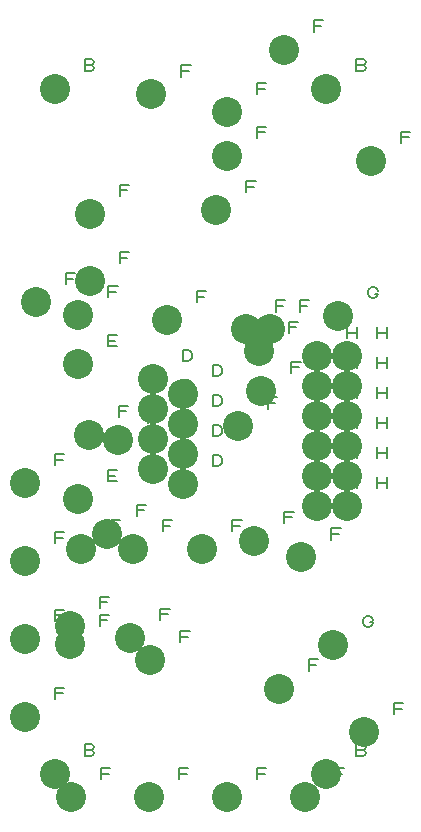
<source format=gbr>
G04 DesignSpark PCB PRO Gerber Version 10.0 Build 5299*
G04 #@! TF.Part,Single*
G04 #@! TF.FileFunction,Drillmap*
G04 #@! TF.FilePolarity,Positive*
%FSLAX35Y35*%
%MOIN*%
%ADD17C,0.00500*%
G04 #@! TA.AperFunction,ViaPad*
%ADD16C,0.10000*%
G04 #@! TD.AperFunction*
X0Y0D02*
D02*
D16*
X18110Y42913D03*
Y68898D03*
Y94882D03*
Y120866D03*
X21654Y181102D03*
X27953Y24016D03*
Y252362D03*
X33071Y67323D03*
Y73228D03*
X33465Y16142D03*
X35630Y115508D03*
Y160516D03*
X35827Y176772D03*
X36614Y98819D03*
X39370Y137008D03*
X39764Y188189D03*
Y210630D03*
X45276Y103937D03*
X49213Y135039D03*
X53150Y69291D03*
X53937Y98819D03*
X59449Y16142D03*
X59843Y61811D03*
X60236Y250394D03*
X60630Y125512D03*
Y135512D03*
Y145512D03*
Y155512D03*
X65354Y175197D03*
X70630Y120512D03*
Y130512D03*
Y140512D03*
Y150512D03*
X77165Y98819D03*
X81890Y211811D03*
X85433Y16142D03*
Y229921D03*
Y244488D03*
X88976Y139720D03*
X91732Y172047D03*
X94488Y101575D03*
X96063Y164961D03*
X96850Y151575D03*
X99606Y172047D03*
X102756Y52362D03*
X104331Y265354D03*
X110236Y96063D03*
X111417Y16142D03*
X115591Y113189D03*
Y123189D03*
Y133189D03*
Y143189D03*
Y153189D03*
Y163189D03*
X118504Y24016D03*
Y252362D03*
X120866Y66929D03*
X122579Y176516D03*
X125591Y113189D03*
Y123189D03*
Y133189D03*
Y143189D03*
Y153189D03*
Y163189D03*
X131102Y37795D03*
X133465Y228346D03*
D02*
D17*
X28110Y48851D02*
Y52601D01*
X31235D01*
X30610Y50726D02*
X28110D01*
Y74835D02*
Y78585D01*
X31235D01*
X30610Y76710D02*
X28110D01*
Y100819D02*
Y104569D01*
X31235D01*
X30610Y102694D02*
X28110D01*
Y126804D02*
Y130554D01*
X31235D01*
X30610Y128679D02*
X28110D01*
X31654Y187040D02*
Y190790D01*
X34779D01*
X34154Y188915D02*
X31654D01*
X40140Y31828D02*
X40765Y31516D01*
X41078Y30891D01*
X40765Y30266D01*
X40140Y29953D01*
X37953D01*
Y33703D01*
X40140D01*
X40765Y33391D01*
X41078Y32766D01*
X40765Y32141D01*
X40140Y31828D01*
X37953D01*
X40140Y260175D02*
X40765Y259862D01*
X41078Y259237D01*
X40765Y258612D01*
X40140Y258300D01*
X37953D01*
Y262050D01*
X40140D01*
X40765Y261737D01*
X41078Y261112D01*
X40765Y260487D01*
X40140Y260175D01*
X37953D01*
X43071Y73260D02*
Y77010D01*
X46196D01*
X45571Y75135D02*
X43071D01*
Y79166D02*
Y82916D01*
X46196D01*
X45571Y81041D02*
X43071D01*
X43465Y22079D02*
Y25829D01*
X46590D01*
X45965Y23954D02*
X43465D01*
X45630Y121445D02*
Y125195D01*
X48755D01*
X48130Y123320D02*
X45630D01*
Y121445D02*
X48755D01*
X45630Y166453D02*
Y170203D01*
X48755D01*
X48130Y168328D02*
X45630D01*
Y166453D02*
X48755D01*
X45827Y182709D02*
Y186459D01*
X48952D01*
X48327Y184584D02*
X45827D01*
X46614Y104756D02*
Y108506D01*
X49739D01*
X49114Y106631D02*
X46614D01*
X49370Y142945D02*
Y146695D01*
X52495D01*
X51870Y144820D02*
X49370D01*
X49764Y194126D02*
Y197876D01*
X52889D01*
X52264Y196002D02*
X49764D01*
Y216567D02*
Y220317D01*
X52889D01*
X52264Y218443D02*
X49764D01*
X55276Y109874D02*
Y113624D01*
X58401D01*
X57776Y111750D02*
X55276D01*
X59213Y140977D02*
Y144727D01*
X62338D01*
X61713Y142852D02*
X59213D01*
X63150Y75229D02*
Y78979D01*
X66275D01*
X65650Y77104D02*
X63150D01*
X63937Y104756D02*
Y108506D01*
X67062D01*
X66437Y106631D02*
X63937D01*
X69449Y22079D02*
Y25829D01*
X72574D01*
X71949Y23954D02*
X69449D01*
X69843Y67748D02*
Y71498D01*
X72968D01*
X72343Y69624D02*
X69843D01*
X70236Y256331D02*
Y260081D01*
X73361D01*
X72736Y258206D02*
X70236D01*
X70630Y131449D02*
Y135199D01*
X72505D01*
X73130Y134887D01*
X73443Y134574D01*
X73755Y133949D01*
Y132699D01*
X73443Y132074D01*
X73130Y131762D01*
X72505Y131449D01*
X70630D01*
Y141449D02*
Y145199D01*
X72505D01*
X73130Y144887D01*
X73443Y144574D01*
X73755Y143949D01*
Y142699D01*
X73443Y142074D01*
X73130Y141762D01*
X72505Y141449D01*
X70630D01*
Y151449D02*
Y155199D01*
X72505D01*
X73130Y154887D01*
X73443Y154574D01*
X73755Y153949D01*
Y152699D01*
X73443Y152074D01*
X73130Y151762D01*
X72505Y151449D01*
X70630D01*
Y161449D02*
Y165199D01*
X72505D01*
X73130Y164887D01*
X73443Y164574D01*
X73755Y163949D01*
Y162699D01*
X73443Y162074D01*
X73130Y161762D01*
X72505Y161449D01*
X70630D01*
X75354Y181134D02*
Y184884D01*
X78480D01*
X77854Y183009D02*
X75354D01*
X80630Y126449D02*
Y130199D01*
X82505D01*
X83130Y129887D01*
X83443Y129574D01*
X83755Y128949D01*
Y127699D01*
X83443Y127074D01*
X83130Y126762D01*
X82505Y126449D01*
X80630D01*
Y136449D02*
Y140199D01*
X82505D01*
X83130Y139887D01*
X83443Y139574D01*
X83755Y138949D01*
Y137699D01*
X83443Y137074D01*
X83130Y136762D01*
X82505Y136449D01*
X80630D01*
Y146449D02*
Y150199D01*
X82505D01*
X83130Y149887D01*
X83443Y149574D01*
X83755Y148949D01*
Y147699D01*
X83443Y147074D01*
X83130Y146762D01*
X82505Y146449D01*
X80630D01*
Y156449D02*
Y160199D01*
X82505D01*
X83130Y159887D01*
X83443Y159574D01*
X83755Y158949D01*
Y157699D01*
X83443Y157074D01*
X83130Y156762D01*
X82505Y156449D01*
X80630D01*
X87165Y104756D02*
Y108506D01*
X90291D01*
X89665Y106631D02*
X87165D01*
X91890Y217748D02*
Y221498D01*
X95015D01*
X94390Y219624D02*
X91890D01*
X95433Y22079D02*
Y25829D01*
X98558D01*
X97933Y23954D02*
X95433D01*
Y235859D02*
Y239609D01*
X98558D01*
X97933Y237734D02*
X95433D01*
Y250426D02*
Y254176D01*
X98558D01*
X97933Y252301D02*
X95433D01*
X98976Y145658D02*
Y149408D01*
X102102D01*
X101476Y147533D02*
X98976D01*
X101732Y177985D02*
Y181735D01*
X104857D01*
X104232Y179860D02*
X101732D01*
X104488Y107512D02*
Y111262D01*
X107613D01*
X106988Y109387D02*
X104488D01*
X106063Y170898D02*
Y174648D01*
X109188D01*
X108563Y172773D02*
X106063D01*
X106850Y157512D02*
Y161262D01*
X109976D01*
X109350Y159387D02*
X106850D01*
X109606Y177985D02*
Y181735D01*
X112731D01*
X112106Y179860D02*
X109606D01*
X112756Y58300D02*
Y62050D01*
X115881D01*
X115256Y60175D02*
X112756D01*
X114331Y271292D02*
Y275042D01*
X117456D01*
X116831Y273167D02*
X114331D01*
X120236Y102000D02*
Y105750D01*
X123361D01*
X122736Y103876D02*
X120236D01*
X121417Y22079D02*
Y25829D01*
X124543D01*
X123917Y23954D02*
X121417D01*
X125591Y119126D02*
Y122876D01*
Y121002D02*
X128716D01*
Y119126D02*
Y122876D01*
X125591Y129126D02*
Y132876D01*
Y131002D02*
X128716D01*
Y129126D02*
Y132876D01*
X125591Y139126D02*
Y142876D01*
Y141002D02*
X128716D01*
Y139126D02*
Y142876D01*
X125591Y149126D02*
Y152876D01*
Y151002D02*
X128716D01*
Y149126D02*
Y152876D01*
X125591Y159126D02*
Y162876D01*
Y161002D02*
X128716D01*
Y159126D02*
Y162876D01*
X125591Y169126D02*
Y172876D01*
Y171002D02*
X128716D01*
Y169126D02*
Y172876D01*
X130691Y31828D02*
X131317Y31516D01*
X131629Y30891D01*
X131317Y30266D01*
X130691Y29953D01*
X128504D01*
Y33703D01*
X130691D01*
X131317Y33391D01*
X131629Y32766D01*
X131317Y32141D01*
X130691Y31828D01*
X128504D01*
X130691Y260175D02*
X131317Y259862D01*
X131629Y259237D01*
X131317Y258612D01*
X130691Y258300D01*
X128504D01*
Y262050D01*
X130691D01*
X131317Y261737D01*
X131629Y261112D01*
X131317Y260487D01*
X130691Y260175D01*
X128504D01*
X133054Y74429D02*
X133991D01*
Y74117D01*
X133679Y73492D01*
X133366Y73179D01*
X132741Y72867D01*
X132116D01*
X131491Y73179D01*
X131179Y73492D01*
X130866Y74117D01*
Y75367D01*
X131179Y75992D01*
X131491Y76304D01*
X132116Y76617D01*
X132741D01*
X133366Y76304D01*
X133679Y75992D01*
X133991Y75367D01*
X134766Y184016D02*
X135704D01*
Y183703D01*
X135391Y183078D01*
X135079Y182766D01*
X134454Y182453D01*
X133829D01*
X133204Y182766D01*
X132891Y183078D01*
X132579Y183703D01*
Y184953D01*
X132891Y185578D01*
X133204Y185891D01*
X133829Y186203D01*
X134454D01*
X135079Y185891D01*
X135391Y185578D01*
X135704Y184953D01*
X135591Y119126D02*
Y122876D01*
Y121002D02*
X138716D01*
Y119126D02*
Y122876D01*
X135591Y129126D02*
Y132876D01*
Y131002D02*
X138716D01*
Y129126D02*
Y132876D01*
X135591Y139126D02*
Y142876D01*
Y141002D02*
X138716D01*
Y139126D02*
Y142876D01*
X135591Y149126D02*
Y152876D01*
Y151002D02*
X138716D01*
Y149126D02*
Y152876D01*
X135591Y159126D02*
Y162876D01*
Y161002D02*
X138716D01*
Y159126D02*
Y162876D01*
X135591Y169126D02*
Y172876D01*
Y171002D02*
X138716D01*
Y169126D02*
Y172876D01*
X141102Y43733D02*
Y47483D01*
X144228D01*
X143602Y45608D02*
X141102D01*
X143465Y234284D02*
Y238034D01*
X146590D01*
X145965Y236159D02*
X143465D01*
X0Y0D02*
M02*

</source>
